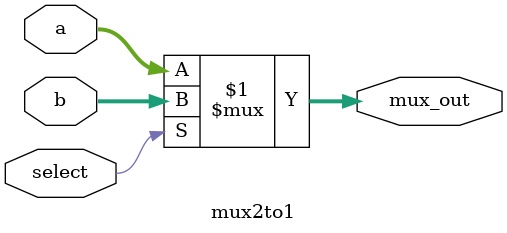
<source format=v>
module mux2to1(a, b, select, mux_out);
  input[23:0] a, b;
  input select;
  output[23:0] mux_out;

  assign mux_out = select ? b : a;
endmodule

</source>
